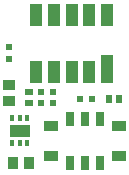
<source format=gtp>
G04*
G04 #@! TF.GenerationSoftware,Altium Limited,Altium Designer,21.6.4 (81)*
G04*
G04 Layer_Color=8421504*
%FSLAX44Y44*%
%MOMM*%
G71*
G04*
G04 #@! TF.SameCoordinates,0B448374-6EB3-427F-B8DE-565289E3D6A4*
G04*
G04*
G04 #@! TF.FilePolarity,Positive*
G04*
G01*
G75*
%ADD15R,1.2500X0.8500*%
%ADD16R,0.6500X1.2500*%
%ADD17R,0.6000X0.6400*%
%ADD18R,0.6000X0.5000*%
%ADD19R,1.7000X1.1000*%
%ADD20R,0.3500X0.6000*%
%ADD21R,0.6400X0.6000*%
%ADD22R,0.9000X1.0000*%
%ADD23R,1.0000X0.9000*%
%ADD24R,1.1000X2.4000*%
%ADD25R,1.1000X1.9000*%
%ADD26R,0.5000X0.6000*%
G54D15*
X105758Y41700D02*
D03*
X48258D02*
D03*
Y16300D02*
D03*
X105758D02*
D03*
G54D16*
X89708Y47750D02*
D03*
X77008D02*
D03*
X64308D02*
D03*
Y10250D02*
D03*
X77008D02*
D03*
X89708D02*
D03*
G54D17*
X97608Y65000D02*
D03*
X106408D02*
D03*
G54D18*
X50008Y71000D02*
D03*
Y61000D02*
D03*
X40008D02*
D03*
Y71000D02*
D03*
X13008Y99000D02*
D03*
Y109000D02*
D03*
G54D19*
X22008Y38000D02*
D03*
G54D20*
X15508Y27500D02*
D03*
X22008D02*
D03*
X28508D02*
D03*
Y48500D02*
D03*
X22008D02*
D03*
X15508D02*
D03*
G54D21*
X30008Y70400D02*
D03*
Y61600D02*
D03*
G54D22*
X29758Y11000D02*
D03*
X16258D02*
D03*
G54D23*
X13008Y76750D02*
D03*
Y63250D02*
D03*
G54D24*
X96008Y90500D02*
D03*
G54D25*
X81008Y88000D02*
D03*
X66008D02*
D03*
X51008D02*
D03*
X36008D02*
D03*
Y136000D02*
D03*
X51008D02*
D03*
X66008D02*
D03*
X81008D02*
D03*
X96008D02*
D03*
G54D26*
X83008Y65000D02*
D03*
X73008D02*
D03*
M02*

</source>
